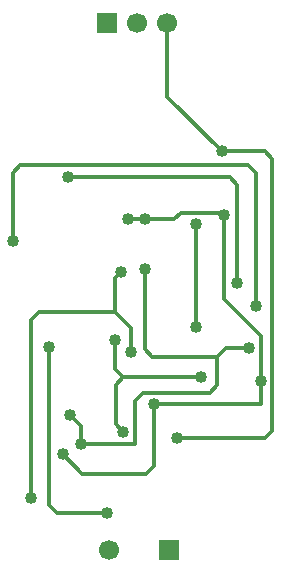
<source format=gbr>
G04 DipTrace 3.2.0.1*
G04 Bottom.gbr*
%MOIN*%
G04 #@! TF.FileFunction,Copper,L2,Bot*
G04 #@! TF.Part,Single*
G04 #@! TA.AperFunction,Conductor*
%ADD13C,0.012992*%
G04 #@! TA.AperFunction,ComponentPad*
%ADD17R,0.066929X0.066929*%
%ADD18C,0.066929*%
G04 #@! TA.AperFunction,ViaPad*
%ADD29C,0.04*%
%FSLAX26Y26*%
G04*
G70*
G90*
G75*
G01*
G04 Bottom*
%LPD*%
X856000Y1921205D2*
D13*
X911898D1*
X944000Y1306500D2*
Y1100642D1*
X915937Y1072579D1*
X704027D1*
X638555Y1138051D1*
X1298209Y1381898D2*
Y1306500D1*
X944000D1*
X1175638Y1937256D2*
Y1655886D1*
X1298209Y1533315D1*
Y1381898D1*
X911898Y1921205D2*
X1008878D1*
X1031673Y1944000D1*
X1175638D1*
Y1937256D1*
X472000Y1849000D2*
Y2076504D1*
X497984Y2102488D1*
X1255516D1*
X1281500Y2076504D1*
Y1632016D1*
X988000Y2575000D2*
Y2331114D1*
X1169142Y2149972D1*
X1311713D1*
X1337697Y2123988D1*
Y1217173D1*
X1311713Y1191189D1*
X1020780D1*
X840913Y1213591D2*
X814929Y1239575D1*
Y1370126D1*
X840913Y1396110D1*
X1098311D1*
X840913D2*
X812815Y1424208D1*
Y1518929D1*
X664539Y1268091D2*
X698516Y1234114D1*
Y1174102D1*
X880402D1*
Y1316429D1*
X906386Y1342413D1*
X1128361D1*
X1154346Y1368398D1*
Y1464402D1*
X937882D1*
X911898Y1490386D1*
Y1756795D1*
X1154346Y1464402D2*
X1183771Y1493827D1*
X1258720D1*
X865807Y1479445D2*
Y1558721D1*
X812815Y1611713D1*
Y1725126D1*
X833677Y1745988D1*
X812815Y1611713D2*
X558123D1*
X532138Y1585728D1*
Y993937D1*
X657000Y2063000D2*
X1195126D1*
X1221110Y2037016D1*
Y1710992D1*
X594181Y1496677D2*
Y970378D1*
X620165Y944394D1*
X788000D1*
X1082378Y1562366D2*
Y1906500D1*
X1081500D1*
D29*
X657000Y2063000D3*
X472000Y1849000D3*
X1175638Y1937256D3*
X1298209Y1381898D3*
X856000Y1921205D3*
X638555Y1138051D3*
X911898Y1921205D3*
X944000Y1306500D3*
X1281500Y1632016D3*
X1020780Y1191189D3*
X1169142Y2149972D3*
X1098311Y1396110D3*
X840913Y1213591D3*
X812815Y1518929D3*
X911898Y1756795D3*
X664539Y1268091D3*
X1258720Y1493827D3*
X698516Y1174102D3*
X833677Y1745988D3*
X865807Y1479445D3*
X532138Y993937D3*
X1221110Y1710992D3*
X788000Y944394D3*
X594181Y1496677D3*
X1081500Y1906500D3*
X1082378Y1562366D3*
D17*
X994000Y818533D3*
D18*
X794000D3*
D17*
X788000Y2575000D3*
D18*
X888000D3*
X988000D3*
M02*

</source>
